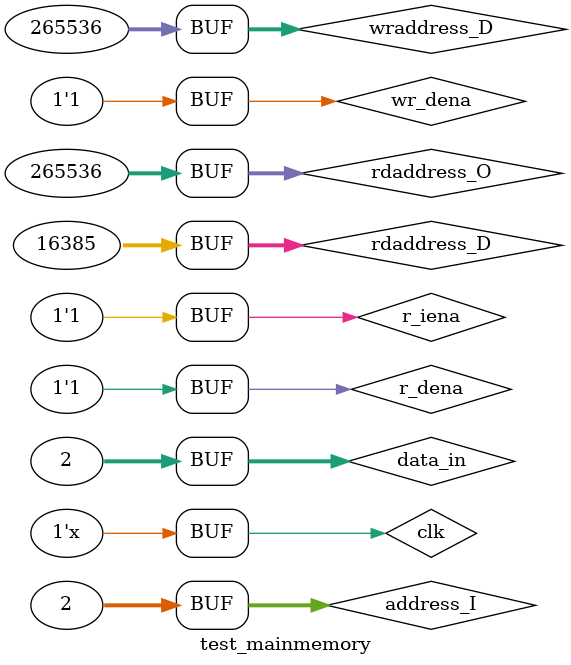
<source format=sv>

/**
		Test for main memory
*/

`timescale 1 ps / 1 ps

module test_mainmemory();

	parameter 			WIDTH = 32;
	
	logic					clk;
	logic [WIDTH-1:0] address_I;	// address to read instruction
	logic 				r_iena;		// enable read instructions 
	logic [WIDTH-1:0] rdaddress_D;// address to read room memory
	logic [WIDTH-1:0] wraddress_D;// address to write ram memory
	logic [WIDTH-1:0] rdaddress_O;// address to read ram memory 
	logic					r_dena;		// 1 read room memory
	logic					wr_dena;		// 1 write ram
	logic [WIDTH-1:0] data_in;		// data to write ram
	logic [WIDTH-1:0] q_I;			// output instruction
	logic [WIDTH-1:0] q_D;			// data read of room 
	logic [WIDTH-1:0] q_O;		
	
	central_memory dut1(	.clock(clk),
								.address_I(address_I),
								.r_iena(r_iena),		 
								.rdaddress_D(rdaddress_D),	
								.wraddress_D(wraddress_D),
								.rdaddress_O(rdaddress_O),
								.r_dena(r_dena),		
								.wr_dena(wr_dena), 	
								.data_in(data_in),		
								.q_I(q_I),			
								.q_D(q_D),
								.q_O(q_O));	 
	
	always #5 clk = ~clk;

	initial begin 
		clk = 0;
		
		r_iena = 1'b1;
		address_I = 32'b0;
								//Lectura simultanea de la memoria
		r_dena = 1'b1;
		rdaddress_D = 32'h4000;
		
		wr_dena = 1'b1;
		wraddress_D = 32'd212992;
		data_in = 32'd3;
		#10
		r_iena = 1'b0;
		address_I = 32'b1;
		
		r_dena = 1'b1;
		rdaddress_D = 32'h4001;
		
		wr_dena = 1'b0;
		rdaddress_O = 32'd212992;
		#10
		r_iena = 1'b1; 		
		address_I = 32'b10;
		
		r_dena = 1'b0;	
		rdaddress_D = 32'h4001;
		
		
		rdaddress_O = 32'h34000;
		#10
		
		wr_dena = 1'b1;
		wraddress_D = 32'd344065;
		data_in = 32'd2;
		#10
		
		wr_dena = 1'b1;
		wraddress_D = 32'd265536;
		data_in = 32'd2;
		 
		r_dena = 1'b1; 
		rdaddress_O	= 32'd278529;
		
		#10
		r_dena = 1'b1;
		rdaddress_O = 32'd344065;
		
		#10
		r_dena = 1'b1;
		rdaddress_O = 32'd265536;
		
	end

endmodule

</source>
